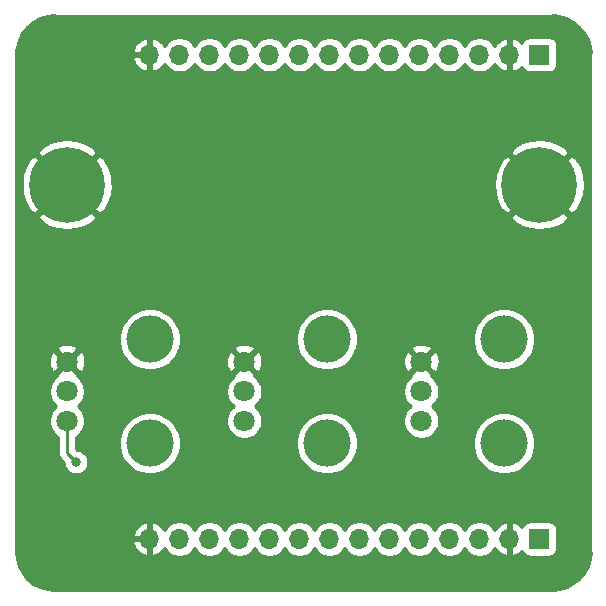
<source format=gbr>
G04 #@! TF.GenerationSoftware,KiCad,Pcbnew,5.1.5*
G04 #@! TF.CreationDate,2020-01-13T20:50:12-05:00*
G04 #@! TF.ProjectId,inputs_addon,696e7075-7473-45f6-9164-646f6e2e6b69,0*
G04 #@! TF.SameCoordinates,Original*
G04 #@! TF.FileFunction,Copper,L2,Bot*
G04 #@! TF.FilePolarity,Positive*
%FSLAX46Y46*%
G04 Gerber Fmt 4.6, Leading zero omitted, Abs format (unit mm)*
G04 Created by KiCad (PCBNEW 5.1.5) date 2020-01-13 20:50:12*
%MOMM*%
%LPD*%
G04 APERTURE LIST*
%ADD10C,6.400000*%
%ADD11O,1.700000X1.700000*%
%ADD12R,1.700000X1.700000*%
%ADD13C,4.000000*%
%ADD14C,1.800000*%
%ADD15C,0.800000*%
%ADD16C,0.250000*%
%ADD17C,0.254000*%
G04 APERTURE END LIST*
D10*
X195000000Y-115000000D03*
X155000000Y-115000000D03*
D11*
X161980000Y-104000000D03*
X164520000Y-104000000D03*
X167060000Y-104000000D03*
X169600000Y-104000000D03*
X172140000Y-104000000D03*
X174680000Y-104000000D03*
X177220000Y-104000000D03*
X179760000Y-104000000D03*
X182300000Y-104000000D03*
X184840000Y-104000000D03*
X187380000Y-104000000D03*
X189920000Y-104000000D03*
X192460000Y-104000000D03*
D12*
X195000000Y-104000000D03*
D11*
X161980000Y-145000000D03*
X164520000Y-145000000D03*
X167060000Y-145000000D03*
X169600000Y-145000000D03*
X172140000Y-145000000D03*
X174680000Y-145000000D03*
X177220000Y-145000000D03*
X179760000Y-145000000D03*
X182300000Y-145000000D03*
X184840000Y-145000000D03*
X187380000Y-145000000D03*
X189920000Y-145000000D03*
X192460000Y-145000000D03*
D12*
X195000000Y-145000000D03*
D13*
X192000000Y-136900000D03*
X192000000Y-128100000D03*
D14*
X185000000Y-135000000D03*
X185000000Y-132500000D03*
X185000000Y-130000000D03*
D13*
X177000000Y-136900000D03*
X177000000Y-128100000D03*
D14*
X170000000Y-135000000D03*
X170000000Y-132500000D03*
X170000000Y-130000000D03*
D13*
X162000000Y-136900000D03*
X162000000Y-128100000D03*
D14*
X155000000Y-135000000D03*
X155000000Y-132500000D03*
X155000000Y-130000000D03*
D15*
X164750000Y-122250000D03*
X162464163Y-112508008D03*
X177000000Y-121000000D03*
X177000000Y-112000000D03*
X155774990Y-138500000D03*
D16*
X155000000Y-137725010D02*
X155774990Y-138500000D01*
X155000000Y-135000000D02*
X155000000Y-137725010D01*
D17*
G36*
X153865717Y-100675088D02*
G01*
X153966353Y-100685000D01*
X196033647Y-100685000D01*
X196127957Y-100675711D01*
X196648126Y-100726714D01*
X197271572Y-100914943D01*
X197846579Y-101220681D01*
X198351247Y-101632279D01*
X198766362Y-102134067D01*
X199076105Y-102706924D01*
X199268682Y-103329039D01*
X199325044Y-103865284D01*
X199324912Y-103865718D01*
X199315000Y-103966354D01*
X199315001Y-146033647D01*
X199324289Y-146127952D01*
X199273286Y-146648126D01*
X199085057Y-147271570D01*
X198779323Y-147846573D01*
X198367721Y-148351248D01*
X197865933Y-148766362D01*
X197293077Y-149076104D01*
X196670961Y-149268682D01*
X196134717Y-149325044D01*
X196134283Y-149324912D01*
X196033647Y-149315000D01*
X153966353Y-149315000D01*
X153872043Y-149324289D01*
X153351874Y-149273286D01*
X152728430Y-149085057D01*
X152153427Y-148779323D01*
X151648752Y-148367721D01*
X151233638Y-147865933D01*
X150923896Y-147293077D01*
X150731318Y-146670961D01*
X150674956Y-146134717D01*
X150675088Y-146134283D01*
X150685000Y-146033647D01*
X150685000Y-145356891D01*
X160538519Y-145356891D01*
X160635843Y-145631252D01*
X160784822Y-145881355D01*
X160979731Y-146097588D01*
X161213080Y-146271641D01*
X161475901Y-146396825D01*
X161623110Y-146441476D01*
X161853000Y-146320155D01*
X161853000Y-145127000D01*
X160659186Y-145127000D01*
X160538519Y-145356891D01*
X150685000Y-145356891D01*
X150685000Y-144643109D01*
X160538519Y-144643109D01*
X160659186Y-144873000D01*
X161853000Y-144873000D01*
X161853000Y-143679845D01*
X162107000Y-143679845D01*
X162107000Y-144873000D01*
X162127000Y-144873000D01*
X162127000Y-145127000D01*
X162107000Y-145127000D01*
X162107000Y-146320155D01*
X162336890Y-146441476D01*
X162484099Y-146396825D01*
X162746920Y-146271641D01*
X162980269Y-146097588D01*
X163175178Y-145881355D01*
X163244805Y-145764466D01*
X163366525Y-145946632D01*
X163573368Y-146153475D01*
X163816589Y-146315990D01*
X164086842Y-146427932D01*
X164373740Y-146485000D01*
X164666260Y-146485000D01*
X164953158Y-146427932D01*
X165223411Y-146315990D01*
X165466632Y-146153475D01*
X165673475Y-145946632D01*
X165790000Y-145772240D01*
X165906525Y-145946632D01*
X166113368Y-146153475D01*
X166356589Y-146315990D01*
X166626842Y-146427932D01*
X166913740Y-146485000D01*
X167206260Y-146485000D01*
X167493158Y-146427932D01*
X167763411Y-146315990D01*
X168006632Y-146153475D01*
X168213475Y-145946632D01*
X168330000Y-145772240D01*
X168446525Y-145946632D01*
X168653368Y-146153475D01*
X168896589Y-146315990D01*
X169166842Y-146427932D01*
X169453740Y-146485000D01*
X169746260Y-146485000D01*
X170033158Y-146427932D01*
X170303411Y-146315990D01*
X170546632Y-146153475D01*
X170753475Y-145946632D01*
X170870000Y-145772240D01*
X170986525Y-145946632D01*
X171193368Y-146153475D01*
X171436589Y-146315990D01*
X171706842Y-146427932D01*
X171993740Y-146485000D01*
X172286260Y-146485000D01*
X172573158Y-146427932D01*
X172843411Y-146315990D01*
X173086632Y-146153475D01*
X173293475Y-145946632D01*
X173410000Y-145772240D01*
X173526525Y-145946632D01*
X173733368Y-146153475D01*
X173976589Y-146315990D01*
X174246842Y-146427932D01*
X174533740Y-146485000D01*
X174826260Y-146485000D01*
X175113158Y-146427932D01*
X175383411Y-146315990D01*
X175626632Y-146153475D01*
X175833475Y-145946632D01*
X175950000Y-145772240D01*
X176066525Y-145946632D01*
X176273368Y-146153475D01*
X176516589Y-146315990D01*
X176786842Y-146427932D01*
X177073740Y-146485000D01*
X177366260Y-146485000D01*
X177653158Y-146427932D01*
X177923411Y-146315990D01*
X178166632Y-146153475D01*
X178373475Y-145946632D01*
X178490000Y-145772240D01*
X178606525Y-145946632D01*
X178813368Y-146153475D01*
X179056589Y-146315990D01*
X179326842Y-146427932D01*
X179613740Y-146485000D01*
X179906260Y-146485000D01*
X180193158Y-146427932D01*
X180463411Y-146315990D01*
X180706632Y-146153475D01*
X180913475Y-145946632D01*
X181030000Y-145772240D01*
X181146525Y-145946632D01*
X181353368Y-146153475D01*
X181596589Y-146315990D01*
X181866842Y-146427932D01*
X182153740Y-146485000D01*
X182446260Y-146485000D01*
X182733158Y-146427932D01*
X183003411Y-146315990D01*
X183246632Y-146153475D01*
X183453475Y-145946632D01*
X183570000Y-145772240D01*
X183686525Y-145946632D01*
X183893368Y-146153475D01*
X184136589Y-146315990D01*
X184406842Y-146427932D01*
X184693740Y-146485000D01*
X184986260Y-146485000D01*
X185273158Y-146427932D01*
X185543411Y-146315990D01*
X185786632Y-146153475D01*
X185993475Y-145946632D01*
X186110000Y-145772240D01*
X186226525Y-145946632D01*
X186433368Y-146153475D01*
X186676589Y-146315990D01*
X186946842Y-146427932D01*
X187233740Y-146485000D01*
X187526260Y-146485000D01*
X187813158Y-146427932D01*
X188083411Y-146315990D01*
X188326632Y-146153475D01*
X188533475Y-145946632D01*
X188650000Y-145772240D01*
X188766525Y-145946632D01*
X188973368Y-146153475D01*
X189216589Y-146315990D01*
X189486842Y-146427932D01*
X189773740Y-146485000D01*
X190066260Y-146485000D01*
X190353158Y-146427932D01*
X190623411Y-146315990D01*
X190866632Y-146153475D01*
X191073475Y-145946632D01*
X191195195Y-145764466D01*
X191264822Y-145881355D01*
X191459731Y-146097588D01*
X191693080Y-146271641D01*
X191955901Y-146396825D01*
X192103110Y-146441476D01*
X192333000Y-146320155D01*
X192333000Y-145127000D01*
X192313000Y-145127000D01*
X192313000Y-144873000D01*
X192333000Y-144873000D01*
X192333000Y-143679845D01*
X192587000Y-143679845D01*
X192587000Y-144873000D01*
X192607000Y-144873000D01*
X192607000Y-145127000D01*
X192587000Y-145127000D01*
X192587000Y-146320155D01*
X192816890Y-146441476D01*
X192964099Y-146396825D01*
X193226920Y-146271641D01*
X193460269Y-146097588D01*
X193536034Y-146013534D01*
X193560498Y-146094180D01*
X193619463Y-146204494D01*
X193698815Y-146301185D01*
X193795506Y-146380537D01*
X193905820Y-146439502D01*
X194025518Y-146475812D01*
X194150000Y-146488072D01*
X195850000Y-146488072D01*
X195974482Y-146475812D01*
X196094180Y-146439502D01*
X196204494Y-146380537D01*
X196301185Y-146301185D01*
X196380537Y-146204494D01*
X196439502Y-146094180D01*
X196475812Y-145974482D01*
X196488072Y-145850000D01*
X196488072Y-144150000D01*
X196475812Y-144025518D01*
X196439502Y-143905820D01*
X196380537Y-143795506D01*
X196301185Y-143698815D01*
X196204494Y-143619463D01*
X196094180Y-143560498D01*
X195974482Y-143524188D01*
X195850000Y-143511928D01*
X194150000Y-143511928D01*
X194025518Y-143524188D01*
X193905820Y-143560498D01*
X193795506Y-143619463D01*
X193698815Y-143698815D01*
X193619463Y-143795506D01*
X193560498Y-143905820D01*
X193536034Y-143986466D01*
X193460269Y-143902412D01*
X193226920Y-143728359D01*
X192964099Y-143603175D01*
X192816890Y-143558524D01*
X192587000Y-143679845D01*
X192333000Y-143679845D01*
X192103110Y-143558524D01*
X191955901Y-143603175D01*
X191693080Y-143728359D01*
X191459731Y-143902412D01*
X191264822Y-144118645D01*
X191195195Y-144235534D01*
X191073475Y-144053368D01*
X190866632Y-143846525D01*
X190623411Y-143684010D01*
X190353158Y-143572068D01*
X190066260Y-143515000D01*
X189773740Y-143515000D01*
X189486842Y-143572068D01*
X189216589Y-143684010D01*
X188973368Y-143846525D01*
X188766525Y-144053368D01*
X188650000Y-144227760D01*
X188533475Y-144053368D01*
X188326632Y-143846525D01*
X188083411Y-143684010D01*
X187813158Y-143572068D01*
X187526260Y-143515000D01*
X187233740Y-143515000D01*
X186946842Y-143572068D01*
X186676589Y-143684010D01*
X186433368Y-143846525D01*
X186226525Y-144053368D01*
X186110000Y-144227760D01*
X185993475Y-144053368D01*
X185786632Y-143846525D01*
X185543411Y-143684010D01*
X185273158Y-143572068D01*
X184986260Y-143515000D01*
X184693740Y-143515000D01*
X184406842Y-143572068D01*
X184136589Y-143684010D01*
X183893368Y-143846525D01*
X183686525Y-144053368D01*
X183570000Y-144227760D01*
X183453475Y-144053368D01*
X183246632Y-143846525D01*
X183003411Y-143684010D01*
X182733158Y-143572068D01*
X182446260Y-143515000D01*
X182153740Y-143515000D01*
X181866842Y-143572068D01*
X181596589Y-143684010D01*
X181353368Y-143846525D01*
X181146525Y-144053368D01*
X181030000Y-144227760D01*
X180913475Y-144053368D01*
X180706632Y-143846525D01*
X180463411Y-143684010D01*
X180193158Y-143572068D01*
X179906260Y-143515000D01*
X179613740Y-143515000D01*
X179326842Y-143572068D01*
X179056589Y-143684010D01*
X178813368Y-143846525D01*
X178606525Y-144053368D01*
X178490000Y-144227760D01*
X178373475Y-144053368D01*
X178166632Y-143846525D01*
X177923411Y-143684010D01*
X177653158Y-143572068D01*
X177366260Y-143515000D01*
X177073740Y-143515000D01*
X176786842Y-143572068D01*
X176516589Y-143684010D01*
X176273368Y-143846525D01*
X176066525Y-144053368D01*
X175950000Y-144227760D01*
X175833475Y-144053368D01*
X175626632Y-143846525D01*
X175383411Y-143684010D01*
X175113158Y-143572068D01*
X174826260Y-143515000D01*
X174533740Y-143515000D01*
X174246842Y-143572068D01*
X173976589Y-143684010D01*
X173733368Y-143846525D01*
X173526525Y-144053368D01*
X173410000Y-144227760D01*
X173293475Y-144053368D01*
X173086632Y-143846525D01*
X172843411Y-143684010D01*
X172573158Y-143572068D01*
X172286260Y-143515000D01*
X171993740Y-143515000D01*
X171706842Y-143572068D01*
X171436589Y-143684010D01*
X171193368Y-143846525D01*
X170986525Y-144053368D01*
X170870000Y-144227760D01*
X170753475Y-144053368D01*
X170546632Y-143846525D01*
X170303411Y-143684010D01*
X170033158Y-143572068D01*
X169746260Y-143515000D01*
X169453740Y-143515000D01*
X169166842Y-143572068D01*
X168896589Y-143684010D01*
X168653368Y-143846525D01*
X168446525Y-144053368D01*
X168330000Y-144227760D01*
X168213475Y-144053368D01*
X168006632Y-143846525D01*
X167763411Y-143684010D01*
X167493158Y-143572068D01*
X167206260Y-143515000D01*
X166913740Y-143515000D01*
X166626842Y-143572068D01*
X166356589Y-143684010D01*
X166113368Y-143846525D01*
X165906525Y-144053368D01*
X165790000Y-144227760D01*
X165673475Y-144053368D01*
X165466632Y-143846525D01*
X165223411Y-143684010D01*
X164953158Y-143572068D01*
X164666260Y-143515000D01*
X164373740Y-143515000D01*
X164086842Y-143572068D01*
X163816589Y-143684010D01*
X163573368Y-143846525D01*
X163366525Y-144053368D01*
X163244805Y-144235534D01*
X163175178Y-144118645D01*
X162980269Y-143902412D01*
X162746920Y-143728359D01*
X162484099Y-143603175D01*
X162336890Y-143558524D01*
X162107000Y-143679845D01*
X161853000Y-143679845D01*
X161623110Y-143558524D01*
X161475901Y-143603175D01*
X161213080Y-143728359D01*
X160979731Y-143902412D01*
X160784822Y-144118645D01*
X160635843Y-144368748D01*
X160538519Y-144643109D01*
X150685000Y-144643109D01*
X150685000Y-132348816D01*
X153465000Y-132348816D01*
X153465000Y-132651184D01*
X153523989Y-132947743D01*
X153639701Y-133227095D01*
X153807688Y-133478505D01*
X154021495Y-133692312D01*
X154107831Y-133750000D01*
X154021495Y-133807688D01*
X153807688Y-134021495D01*
X153639701Y-134272905D01*
X153523989Y-134552257D01*
X153465000Y-134848816D01*
X153465000Y-135151184D01*
X153523989Y-135447743D01*
X153639701Y-135727095D01*
X153807688Y-135978505D01*
X154021495Y-136192312D01*
X154240000Y-136338313D01*
X154240001Y-137687678D01*
X154236324Y-137725010D01*
X154250998Y-137873995D01*
X154294454Y-138017256D01*
X154365026Y-138149286D01*
X154436201Y-138236012D01*
X154460000Y-138265011D01*
X154488998Y-138288809D01*
X154739990Y-138539801D01*
X154739990Y-138601939D01*
X154779764Y-138801898D01*
X154857785Y-138990256D01*
X154971053Y-139159774D01*
X155115216Y-139303937D01*
X155284734Y-139417205D01*
X155473092Y-139495226D01*
X155673051Y-139535000D01*
X155876929Y-139535000D01*
X156076888Y-139495226D01*
X156265246Y-139417205D01*
X156434764Y-139303937D01*
X156578927Y-139159774D01*
X156692195Y-138990256D01*
X156770216Y-138801898D01*
X156809990Y-138601939D01*
X156809990Y-138398061D01*
X156770216Y-138198102D01*
X156692195Y-138009744D01*
X156578927Y-137840226D01*
X156434764Y-137696063D01*
X156265246Y-137582795D01*
X156076888Y-137504774D01*
X155876929Y-137465000D01*
X155814791Y-137465000D01*
X155760000Y-137410209D01*
X155760000Y-136640475D01*
X159365000Y-136640475D01*
X159365000Y-137159525D01*
X159466261Y-137668601D01*
X159664893Y-138148141D01*
X159953262Y-138579715D01*
X160320285Y-138946738D01*
X160751859Y-139235107D01*
X161231399Y-139433739D01*
X161740475Y-139535000D01*
X162259525Y-139535000D01*
X162768601Y-139433739D01*
X163248141Y-139235107D01*
X163679715Y-138946738D01*
X164046738Y-138579715D01*
X164335107Y-138148141D01*
X164533739Y-137668601D01*
X164635000Y-137159525D01*
X164635000Y-136640475D01*
X174365000Y-136640475D01*
X174365000Y-137159525D01*
X174466261Y-137668601D01*
X174664893Y-138148141D01*
X174953262Y-138579715D01*
X175320285Y-138946738D01*
X175751859Y-139235107D01*
X176231399Y-139433739D01*
X176740475Y-139535000D01*
X177259525Y-139535000D01*
X177768601Y-139433739D01*
X178248141Y-139235107D01*
X178679715Y-138946738D01*
X179046738Y-138579715D01*
X179335107Y-138148141D01*
X179533739Y-137668601D01*
X179635000Y-137159525D01*
X179635000Y-136640475D01*
X189365000Y-136640475D01*
X189365000Y-137159525D01*
X189466261Y-137668601D01*
X189664893Y-138148141D01*
X189953262Y-138579715D01*
X190320285Y-138946738D01*
X190751859Y-139235107D01*
X191231399Y-139433739D01*
X191740475Y-139535000D01*
X192259525Y-139535000D01*
X192768601Y-139433739D01*
X193248141Y-139235107D01*
X193679715Y-138946738D01*
X194046738Y-138579715D01*
X194335107Y-138148141D01*
X194533739Y-137668601D01*
X194635000Y-137159525D01*
X194635000Y-136640475D01*
X194533739Y-136131399D01*
X194335107Y-135651859D01*
X194046738Y-135220285D01*
X193679715Y-134853262D01*
X193248141Y-134564893D01*
X192768601Y-134366261D01*
X192259525Y-134265000D01*
X191740475Y-134265000D01*
X191231399Y-134366261D01*
X190751859Y-134564893D01*
X190320285Y-134853262D01*
X189953262Y-135220285D01*
X189664893Y-135651859D01*
X189466261Y-136131399D01*
X189365000Y-136640475D01*
X179635000Y-136640475D01*
X179533739Y-136131399D01*
X179335107Y-135651859D01*
X179046738Y-135220285D01*
X178679715Y-134853262D01*
X178248141Y-134564893D01*
X177768601Y-134366261D01*
X177259525Y-134265000D01*
X176740475Y-134265000D01*
X176231399Y-134366261D01*
X175751859Y-134564893D01*
X175320285Y-134853262D01*
X174953262Y-135220285D01*
X174664893Y-135651859D01*
X174466261Y-136131399D01*
X174365000Y-136640475D01*
X164635000Y-136640475D01*
X164533739Y-136131399D01*
X164335107Y-135651859D01*
X164046738Y-135220285D01*
X163679715Y-134853262D01*
X163248141Y-134564893D01*
X162768601Y-134366261D01*
X162259525Y-134265000D01*
X161740475Y-134265000D01*
X161231399Y-134366261D01*
X160751859Y-134564893D01*
X160320285Y-134853262D01*
X159953262Y-135220285D01*
X159664893Y-135651859D01*
X159466261Y-136131399D01*
X159365000Y-136640475D01*
X155760000Y-136640475D01*
X155760000Y-136338313D01*
X155978505Y-136192312D01*
X156192312Y-135978505D01*
X156360299Y-135727095D01*
X156476011Y-135447743D01*
X156535000Y-135151184D01*
X156535000Y-134848816D01*
X156476011Y-134552257D01*
X156360299Y-134272905D01*
X156192312Y-134021495D01*
X155978505Y-133807688D01*
X155892169Y-133750000D01*
X155978505Y-133692312D01*
X156192312Y-133478505D01*
X156360299Y-133227095D01*
X156476011Y-132947743D01*
X156535000Y-132651184D01*
X156535000Y-132348816D01*
X168465000Y-132348816D01*
X168465000Y-132651184D01*
X168523989Y-132947743D01*
X168639701Y-133227095D01*
X168807688Y-133478505D01*
X169021495Y-133692312D01*
X169107831Y-133750000D01*
X169021495Y-133807688D01*
X168807688Y-134021495D01*
X168639701Y-134272905D01*
X168523989Y-134552257D01*
X168465000Y-134848816D01*
X168465000Y-135151184D01*
X168523989Y-135447743D01*
X168639701Y-135727095D01*
X168807688Y-135978505D01*
X169021495Y-136192312D01*
X169272905Y-136360299D01*
X169552257Y-136476011D01*
X169848816Y-136535000D01*
X170151184Y-136535000D01*
X170447743Y-136476011D01*
X170727095Y-136360299D01*
X170978505Y-136192312D01*
X171192312Y-135978505D01*
X171360299Y-135727095D01*
X171476011Y-135447743D01*
X171535000Y-135151184D01*
X171535000Y-134848816D01*
X171476011Y-134552257D01*
X171360299Y-134272905D01*
X171192312Y-134021495D01*
X170978505Y-133807688D01*
X170892169Y-133750000D01*
X170978505Y-133692312D01*
X171192312Y-133478505D01*
X171360299Y-133227095D01*
X171476011Y-132947743D01*
X171535000Y-132651184D01*
X171535000Y-132348816D01*
X183465000Y-132348816D01*
X183465000Y-132651184D01*
X183523989Y-132947743D01*
X183639701Y-133227095D01*
X183807688Y-133478505D01*
X184021495Y-133692312D01*
X184107831Y-133750000D01*
X184021495Y-133807688D01*
X183807688Y-134021495D01*
X183639701Y-134272905D01*
X183523989Y-134552257D01*
X183465000Y-134848816D01*
X183465000Y-135151184D01*
X183523989Y-135447743D01*
X183639701Y-135727095D01*
X183807688Y-135978505D01*
X184021495Y-136192312D01*
X184272905Y-136360299D01*
X184552257Y-136476011D01*
X184848816Y-136535000D01*
X185151184Y-136535000D01*
X185447743Y-136476011D01*
X185727095Y-136360299D01*
X185978505Y-136192312D01*
X186192312Y-135978505D01*
X186360299Y-135727095D01*
X186476011Y-135447743D01*
X186535000Y-135151184D01*
X186535000Y-134848816D01*
X186476011Y-134552257D01*
X186360299Y-134272905D01*
X186192312Y-134021495D01*
X185978505Y-133807688D01*
X185892169Y-133750000D01*
X185978505Y-133692312D01*
X186192312Y-133478505D01*
X186360299Y-133227095D01*
X186476011Y-132947743D01*
X186535000Y-132651184D01*
X186535000Y-132348816D01*
X186476011Y-132052257D01*
X186360299Y-131772905D01*
X186192312Y-131521495D01*
X185978505Y-131307688D01*
X185835690Y-131212262D01*
X185884475Y-131064080D01*
X185000000Y-130179605D01*
X184115525Y-131064080D01*
X184164310Y-131212262D01*
X184021495Y-131307688D01*
X183807688Y-131521495D01*
X183639701Y-131772905D01*
X183523989Y-132052257D01*
X183465000Y-132348816D01*
X171535000Y-132348816D01*
X171476011Y-132052257D01*
X171360299Y-131772905D01*
X171192312Y-131521495D01*
X170978505Y-131307688D01*
X170835690Y-131212262D01*
X170884475Y-131064080D01*
X170000000Y-130179605D01*
X169115525Y-131064080D01*
X169164310Y-131212262D01*
X169021495Y-131307688D01*
X168807688Y-131521495D01*
X168639701Y-131772905D01*
X168523989Y-132052257D01*
X168465000Y-132348816D01*
X156535000Y-132348816D01*
X156476011Y-132052257D01*
X156360299Y-131772905D01*
X156192312Y-131521495D01*
X155978505Y-131307688D01*
X155835690Y-131212262D01*
X155884475Y-131064080D01*
X155000000Y-130179605D01*
X154115525Y-131064080D01*
X154164310Y-131212262D01*
X154021495Y-131307688D01*
X153807688Y-131521495D01*
X153639701Y-131772905D01*
X153523989Y-132052257D01*
X153465000Y-132348816D01*
X150685000Y-132348816D01*
X150685000Y-130066553D01*
X153459009Y-130066553D01*
X153501603Y-130365907D01*
X153601778Y-130651199D01*
X153681739Y-130800792D01*
X153935920Y-130884475D01*
X154820395Y-130000000D01*
X155179605Y-130000000D01*
X156064080Y-130884475D01*
X156318261Y-130800792D01*
X156449158Y-130528225D01*
X156524365Y-130235358D01*
X156540991Y-129933447D01*
X156498397Y-129634093D01*
X156398222Y-129348801D01*
X156318261Y-129199208D01*
X156064080Y-129115525D01*
X155179605Y-130000000D01*
X154820395Y-130000000D01*
X153935920Y-129115525D01*
X153681739Y-129199208D01*
X153550842Y-129471775D01*
X153475635Y-129764642D01*
X153459009Y-130066553D01*
X150685000Y-130066553D01*
X150685000Y-128935920D01*
X154115525Y-128935920D01*
X155000000Y-129820395D01*
X155884475Y-128935920D01*
X155800792Y-128681739D01*
X155528225Y-128550842D01*
X155235358Y-128475635D01*
X154933447Y-128459009D01*
X154634093Y-128501603D01*
X154348801Y-128601778D01*
X154199208Y-128681739D01*
X154115525Y-128935920D01*
X150685000Y-128935920D01*
X150685000Y-127840475D01*
X159365000Y-127840475D01*
X159365000Y-128359525D01*
X159466261Y-128868601D01*
X159664893Y-129348141D01*
X159953262Y-129779715D01*
X160320285Y-130146738D01*
X160751859Y-130435107D01*
X161231399Y-130633739D01*
X161740475Y-130735000D01*
X162259525Y-130735000D01*
X162768601Y-130633739D01*
X163248141Y-130435107D01*
X163679715Y-130146738D01*
X163759900Y-130066553D01*
X168459009Y-130066553D01*
X168501603Y-130365907D01*
X168601778Y-130651199D01*
X168681739Y-130800792D01*
X168935920Y-130884475D01*
X169820395Y-130000000D01*
X170179605Y-130000000D01*
X171064080Y-130884475D01*
X171318261Y-130800792D01*
X171449158Y-130528225D01*
X171524365Y-130235358D01*
X171540991Y-129933447D01*
X171498397Y-129634093D01*
X171398222Y-129348801D01*
X171318261Y-129199208D01*
X171064080Y-129115525D01*
X170179605Y-130000000D01*
X169820395Y-130000000D01*
X168935920Y-129115525D01*
X168681739Y-129199208D01*
X168550842Y-129471775D01*
X168475635Y-129764642D01*
X168459009Y-130066553D01*
X163759900Y-130066553D01*
X164046738Y-129779715D01*
X164335107Y-129348141D01*
X164505854Y-128935920D01*
X169115525Y-128935920D01*
X170000000Y-129820395D01*
X170884475Y-128935920D01*
X170800792Y-128681739D01*
X170528225Y-128550842D01*
X170235358Y-128475635D01*
X169933447Y-128459009D01*
X169634093Y-128501603D01*
X169348801Y-128601778D01*
X169199208Y-128681739D01*
X169115525Y-128935920D01*
X164505854Y-128935920D01*
X164533739Y-128868601D01*
X164635000Y-128359525D01*
X164635000Y-127840475D01*
X174365000Y-127840475D01*
X174365000Y-128359525D01*
X174466261Y-128868601D01*
X174664893Y-129348141D01*
X174953262Y-129779715D01*
X175320285Y-130146738D01*
X175751859Y-130435107D01*
X176231399Y-130633739D01*
X176740475Y-130735000D01*
X177259525Y-130735000D01*
X177768601Y-130633739D01*
X178248141Y-130435107D01*
X178679715Y-130146738D01*
X178759900Y-130066553D01*
X183459009Y-130066553D01*
X183501603Y-130365907D01*
X183601778Y-130651199D01*
X183681739Y-130800792D01*
X183935920Y-130884475D01*
X184820395Y-130000000D01*
X185179605Y-130000000D01*
X186064080Y-130884475D01*
X186318261Y-130800792D01*
X186449158Y-130528225D01*
X186524365Y-130235358D01*
X186540991Y-129933447D01*
X186498397Y-129634093D01*
X186398222Y-129348801D01*
X186318261Y-129199208D01*
X186064080Y-129115525D01*
X185179605Y-130000000D01*
X184820395Y-130000000D01*
X183935920Y-129115525D01*
X183681739Y-129199208D01*
X183550842Y-129471775D01*
X183475635Y-129764642D01*
X183459009Y-130066553D01*
X178759900Y-130066553D01*
X179046738Y-129779715D01*
X179335107Y-129348141D01*
X179505854Y-128935920D01*
X184115525Y-128935920D01*
X185000000Y-129820395D01*
X185884475Y-128935920D01*
X185800792Y-128681739D01*
X185528225Y-128550842D01*
X185235358Y-128475635D01*
X184933447Y-128459009D01*
X184634093Y-128501603D01*
X184348801Y-128601778D01*
X184199208Y-128681739D01*
X184115525Y-128935920D01*
X179505854Y-128935920D01*
X179533739Y-128868601D01*
X179635000Y-128359525D01*
X179635000Y-127840475D01*
X189365000Y-127840475D01*
X189365000Y-128359525D01*
X189466261Y-128868601D01*
X189664893Y-129348141D01*
X189953262Y-129779715D01*
X190320285Y-130146738D01*
X190751859Y-130435107D01*
X191231399Y-130633739D01*
X191740475Y-130735000D01*
X192259525Y-130735000D01*
X192768601Y-130633739D01*
X193248141Y-130435107D01*
X193679715Y-130146738D01*
X194046738Y-129779715D01*
X194335107Y-129348141D01*
X194533739Y-128868601D01*
X194635000Y-128359525D01*
X194635000Y-127840475D01*
X194533739Y-127331399D01*
X194335107Y-126851859D01*
X194046738Y-126420285D01*
X193679715Y-126053262D01*
X193248141Y-125764893D01*
X192768601Y-125566261D01*
X192259525Y-125465000D01*
X191740475Y-125465000D01*
X191231399Y-125566261D01*
X190751859Y-125764893D01*
X190320285Y-126053262D01*
X189953262Y-126420285D01*
X189664893Y-126851859D01*
X189466261Y-127331399D01*
X189365000Y-127840475D01*
X179635000Y-127840475D01*
X179533739Y-127331399D01*
X179335107Y-126851859D01*
X179046738Y-126420285D01*
X178679715Y-126053262D01*
X178248141Y-125764893D01*
X177768601Y-125566261D01*
X177259525Y-125465000D01*
X176740475Y-125465000D01*
X176231399Y-125566261D01*
X175751859Y-125764893D01*
X175320285Y-126053262D01*
X174953262Y-126420285D01*
X174664893Y-126851859D01*
X174466261Y-127331399D01*
X174365000Y-127840475D01*
X164635000Y-127840475D01*
X164533739Y-127331399D01*
X164335107Y-126851859D01*
X164046738Y-126420285D01*
X163679715Y-126053262D01*
X163248141Y-125764893D01*
X162768601Y-125566261D01*
X162259525Y-125465000D01*
X161740475Y-125465000D01*
X161231399Y-125566261D01*
X160751859Y-125764893D01*
X160320285Y-126053262D01*
X159953262Y-126420285D01*
X159664893Y-126851859D01*
X159466261Y-127331399D01*
X159365000Y-127840475D01*
X150685000Y-127840475D01*
X150685000Y-117700881D01*
X152478724Y-117700881D01*
X152838912Y-118190548D01*
X153502882Y-118550849D01*
X154224385Y-118774694D01*
X154975695Y-118853480D01*
X155727938Y-118784178D01*
X156452208Y-118569452D01*
X157120670Y-118217555D01*
X157161088Y-118190548D01*
X157521276Y-117700881D01*
X192478724Y-117700881D01*
X192838912Y-118190548D01*
X193502882Y-118550849D01*
X194224385Y-118774694D01*
X194975695Y-118853480D01*
X195727938Y-118784178D01*
X196452208Y-118569452D01*
X197120670Y-118217555D01*
X197161088Y-118190548D01*
X197521276Y-117700881D01*
X195000000Y-115179605D01*
X192478724Y-117700881D01*
X157521276Y-117700881D01*
X155000000Y-115179605D01*
X152478724Y-117700881D01*
X150685000Y-117700881D01*
X150685000Y-114975695D01*
X151146520Y-114975695D01*
X151215822Y-115727938D01*
X151430548Y-116452208D01*
X151782445Y-117120670D01*
X151809452Y-117161088D01*
X152299119Y-117521276D01*
X154820395Y-115000000D01*
X155179605Y-115000000D01*
X157700881Y-117521276D01*
X158190548Y-117161088D01*
X158550849Y-116497118D01*
X158774694Y-115775615D01*
X158853480Y-115024305D01*
X158849002Y-114975695D01*
X191146520Y-114975695D01*
X191215822Y-115727938D01*
X191430548Y-116452208D01*
X191782445Y-117120670D01*
X191809452Y-117161088D01*
X192299119Y-117521276D01*
X194820395Y-115000000D01*
X195179605Y-115000000D01*
X197700881Y-117521276D01*
X198190548Y-117161088D01*
X198550849Y-116497118D01*
X198774694Y-115775615D01*
X198853480Y-115024305D01*
X198784178Y-114272062D01*
X198569452Y-113547792D01*
X198217555Y-112879330D01*
X198190548Y-112838912D01*
X197700881Y-112478724D01*
X195179605Y-115000000D01*
X194820395Y-115000000D01*
X192299119Y-112478724D01*
X191809452Y-112838912D01*
X191449151Y-113502882D01*
X191225306Y-114224385D01*
X191146520Y-114975695D01*
X158849002Y-114975695D01*
X158784178Y-114272062D01*
X158569452Y-113547792D01*
X158217555Y-112879330D01*
X158190548Y-112838912D01*
X157700881Y-112478724D01*
X155179605Y-115000000D01*
X154820395Y-115000000D01*
X152299119Y-112478724D01*
X151809452Y-112838912D01*
X151449151Y-113502882D01*
X151225306Y-114224385D01*
X151146520Y-114975695D01*
X150685000Y-114975695D01*
X150685000Y-112299119D01*
X152478724Y-112299119D01*
X155000000Y-114820395D01*
X157521276Y-112299119D01*
X192478724Y-112299119D01*
X195000000Y-114820395D01*
X197521276Y-112299119D01*
X197161088Y-111809452D01*
X196497118Y-111449151D01*
X195775615Y-111225306D01*
X195024305Y-111146520D01*
X194272062Y-111215822D01*
X193547792Y-111430548D01*
X192879330Y-111782445D01*
X192838912Y-111809452D01*
X192478724Y-112299119D01*
X157521276Y-112299119D01*
X157161088Y-111809452D01*
X156497118Y-111449151D01*
X155775615Y-111225306D01*
X155024305Y-111146520D01*
X154272062Y-111215822D01*
X153547792Y-111430548D01*
X152879330Y-111782445D01*
X152838912Y-111809452D01*
X152478724Y-112299119D01*
X150685000Y-112299119D01*
X150685000Y-104356891D01*
X160538519Y-104356891D01*
X160635843Y-104631252D01*
X160784822Y-104881355D01*
X160979731Y-105097588D01*
X161213080Y-105271641D01*
X161475901Y-105396825D01*
X161623110Y-105441476D01*
X161853000Y-105320155D01*
X161853000Y-104127000D01*
X160659186Y-104127000D01*
X160538519Y-104356891D01*
X150685000Y-104356891D01*
X150685000Y-103966353D01*
X150675711Y-103872043D01*
X150698158Y-103643109D01*
X160538519Y-103643109D01*
X160659186Y-103873000D01*
X161853000Y-103873000D01*
X161853000Y-102679845D01*
X162107000Y-102679845D01*
X162107000Y-103873000D01*
X162127000Y-103873000D01*
X162127000Y-104127000D01*
X162107000Y-104127000D01*
X162107000Y-105320155D01*
X162336890Y-105441476D01*
X162484099Y-105396825D01*
X162746920Y-105271641D01*
X162980269Y-105097588D01*
X163175178Y-104881355D01*
X163244805Y-104764466D01*
X163366525Y-104946632D01*
X163573368Y-105153475D01*
X163816589Y-105315990D01*
X164086842Y-105427932D01*
X164373740Y-105485000D01*
X164666260Y-105485000D01*
X164953158Y-105427932D01*
X165223411Y-105315990D01*
X165466632Y-105153475D01*
X165673475Y-104946632D01*
X165790000Y-104772240D01*
X165906525Y-104946632D01*
X166113368Y-105153475D01*
X166356589Y-105315990D01*
X166626842Y-105427932D01*
X166913740Y-105485000D01*
X167206260Y-105485000D01*
X167493158Y-105427932D01*
X167763411Y-105315990D01*
X168006632Y-105153475D01*
X168213475Y-104946632D01*
X168330000Y-104772240D01*
X168446525Y-104946632D01*
X168653368Y-105153475D01*
X168896589Y-105315990D01*
X169166842Y-105427932D01*
X169453740Y-105485000D01*
X169746260Y-105485000D01*
X170033158Y-105427932D01*
X170303411Y-105315990D01*
X170546632Y-105153475D01*
X170753475Y-104946632D01*
X170870000Y-104772240D01*
X170986525Y-104946632D01*
X171193368Y-105153475D01*
X171436589Y-105315990D01*
X171706842Y-105427932D01*
X171993740Y-105485000D01*
X172286260Y-105485000D01*
X172573158Y-105427932D01*
X172843411Y-105315990D01*
X173086632Y-105153475D01*
X173293475Y-104946632D01*
X173410000Y-104772240D01*
X173526525Y-104946632D01*
X173733368Y-105153475D01*
X173976589Y-105315990D01*
X174246842Y-105427932D01*
X174533740Y-105485000D01*
X174826260Y-105485000D01*
X175113158Y-105427932D01*
X175383411Y-105315990D01*
X175626632Y-105153475D01*
X175833475Y-104946632D01*
X175950000Y-104772240D01*
X176066525Y-104946632D01*
X176273368Y-105153475D01*
X176516589Y-105315990D01*
X176786842Y-105427932D01*
X177073740Y-105485000D01*
X177366260Y-105485000D01*
X177653158Y-105427932D01*
X177923411Y-105315990D01*
X178166632Y-105153475D01*
X178373475Y-104946632D01*
X178490000Y-104772240D01*
X178606525Y-104946632D01*
X178813368Y-105153475D01*
X179056589Y-105315990D01*
X179326842Y-105427932D01*
X179613740Y-105485000D01*
X179906260Y-105485000D01*
X180193158Y-105427932D01*
X180463411Y-105315990D01*
X180706632Y-105153475D01*
X180913475Y-104946632D01*
X181030000Y-104772240D01*
X181146525Y-104946632D01*
X181353368Y-105153475D01*
X181596589Y-105315990D01*
X181866842Y-105427932D01*
X182153740Y-105485000D01*
X182446260Y-105485000D01*
X182733158Y-105427932D01*
X183003411Y-105315990D01*
X183246632Y-105153475D01*
X183453475Y-104946632D01*
X183570000Y-104772240D01*
X183686525Y-104946632D01*
X183893368Y-105153475D01*
X184136589Y-105315990D01*
X184406842Y-105427932D01*
X184693740Y-105485000D01*
X184986260Y-105485000D01*
X185273158Y-105427932D01*
X185543411Y-105315990D01*
X185786632Y-105153475D01*
X185993475Y-104946632D01*
X186110000Y-104772240D01*
X186226525Y-104946632D01*
X186433368Y-105153475D01*
X186676589Y-105315990D01*
X186946842Y-105427932D01*
X187233740Y-105485000D01*
X187526260Y-105485000D01*
X187813158Y-105427932D01*
X188083411Y-105315990D01*
X188326632Y-105153475D01*
X188533475Y-104946632D01*
X188650000Y-104772240D01*
X188766525Y-104946632D01*
X188973368Y-105153475D01*
X189216589Y-105315990D01*
X189486842Y-105427932D01*
X189773740Y-105485000D01*
X190066260Y-105485000D01*
X190353158Y-105427932D01*
X190623411Y-105315990D01*
X190866632Y-105153475D01*
X191073475Y-104946632D01*
X191195195Y-104764466D01*
X191264822Y-104881355D01*
X191459731Y-105097588D01*
X191693080Y-105271641D01*
X191955901Y-105396825D01*
X192103110Y-105441476D01*
X192333000Y-105320155D01*
X192333000Y-104127000D01*
X192313000Y-104127000D01*
X192313000Y-103873000D01*
X192333000Y-103873000D01*
X192333000Y-102679845D01*
X192587000Y-102679845D01*
X192587000Y-103873000D01*
X192607000Y-103873000D01*
X192607000Y-104127000D01*
X192587000Y-104127000D01*
X192587000Y-105320155D01*
X192816890Y-105441476D01*
X192964099Y-105396825D01*
X193226920Y-105271641D01*
X193460269Y-105097588D01*
X193536034Y-105013534D01*
X193560498Y-105094180D01*
X193619463Y-105204494D01*
X193698815Y-105301185D01*
X193795506Y-105380537D01*
X193905820Y-105439502D01*
X194025518Y-105475812D01*
X194150000Y-105488072D01*
X195850000Y-105488072D01*
X195974482Y-105475812D01*
X196094180Y-105439502D01*
X196204494Y-105380537D01*
X196301185Y-105301185D01*
X196380537Y-105204494D01*
X196439502Y-105094180D01*
X196475812Y-104974482D01*
X196488072Y-104850000D01*
X196488072Y-103150000D01*
X196475812Y-103025518D01*
X196439502Y-102905820D01*
X196380537Y-102795506D01*
X196301185Y-102698815D01*
X196204494Y-102619463D01*
X196094180Y-102560498D01*
X195974482Y-102524188D01*
X195850000Y-102511928D01*
X194150000Y-102511928D01*
X194025518Y-102524188D01*
X193905820Y-102560498D01*
X193795506Y-102619463D01*
X193698815Y-102698815D01*
X193619463Y-102795506D01*
X193560498Y-102905820D01*
X193536034Y-102986466D01*
X193460269Y-102902412D01*
X193226920Y-102728359D01*
X192964099Y-102603175D01*
X192816890Y-102558524D01*
X192587000Y-102679845D01*
X192333000Y-102679845D01*
X192103110Y-102558524D01*
X191955901Y-102603175D01*
X191693080Y-102728359D01*
X191459731Y-102902412D01*
X191264822Y-103118645D01*
X191195195Y-103235534D01*
X191073475Y-103053368D01*
X190866632Y-102846525D01*
X190623411Y-102684010D01*
X190353158Y-102572068D01*
X190066260Y-102515000D01*
X189773740Y-102515000D01*
X189486842Y-102572068D01*
X189216589Y-102684010D01*
X188973368Y-102846525D01*
X188766525Y-103053368D01*
X188650000Y-103227760D01*
X188533475Y-103053368D01*
X188326632Y-102846525D01*
X188083411Y-102684010D01*
X187813158Y-102572068D01*
X187526260Y-102515000D01*
X187233740Y-102515000D01*
X186946842Y-102572068D01*
X186676589Y-102684010D01*
X186433368Y-102846525D01*
X186226525Y-103053368D01*
X186110000Y-103227760D01*
X185993475Y-103053368D01*
X185786632Y-102846525D01*
X185543411Y-102684010D01*
X185273158Y-102572068D01*
X184986260Y-102515000D01*
X184693740Y-102515000D01*
X184406842Y-102572068D01*
X184136589Y-102684010D01*
X183893368Y-102846525D01*
X183686525Y-103053368D01*
X183570000Y-103227760D01*
X183453475Y-103053368D01*
X183246632Y-102846525D01*
X183003411Y-102684010D01*
X182733158Y-102572068D01*
X182446260Y-102515000D01*
X182153740Y-102515000D01*
X181866842Y-102572068D01*
X181596589Y-102684010D01*
X181353368Y-102846525D01*
X181146525Y-103053368D01*
X181030000Y-103227760D01*
X180913475Y-103053368D01*
X180706632Y-102846525D01*
X180463411Y-102684010D01*
X180193158Y-102572068D01*
X179906260Y-102515000D01*
X179613740Y-102515000D01*
X179326842Y-102572068D01*
X179056589Y-102684010D01*
X178813368Y-102846525D01*
X178606525Y-103053368D01*
X178490000Y-103227760D01*
X178373475Y-103053368D01*
X178166632Y-102846525D01*
X177923411Y-102684010D01*
X177653158Y-102572068D01*
X177366260Y-102515000D01*
X177073740Y-102515000D01*
X176786842Y-102572068D01*
X176516589Y-102684010D01*
X176273368Y-102846525D01*
X176066525Y-103053368D01*
X175950000Y-103227760D01*
X175833475Y-103053368D01*
X175626632Y-102846525D01*
X175383411Y-102684010D01*
X175113158Y-102572068D01*
X174826260Y-102515000D01*
X174533740Y-102515000D01*
X174246842Y-102572068D01*
X173976589Y-102684010D01*
X173733368Y-102846525D01*
X173526525Y-103053368D01*
X173410000Y-103227760D01*
X173293475Y-103053368D01*
X173086632Y-102846525D01*
X172843411Y-102684010D01*
X172573158Y-102572068D01*
X172286260Y-102515000D01*
X171993740Y-102515000D01*
X171706842Y-102572068D01*
X171436589Y-102684010D01*
X171193368Y-102846525D01*
X170986525Y-103053368D01*
X170870000Y-103227760D01*
X170753475Y-103053368D01*
X170546632Y-102846525D01*
X170303411Y-102684010D01*
X170033158Y-102572068D01*
X169746260Y-102515000D01*
X169453740Y-102515000D01*
X169166842Y-102572068D01*
X168896589Y-102684010D01*
X168653368Y-102846525D01*
X168446525Y-103053368D01*
X168330000Y-103227760D01*
X168213475Y-103053368D01*
X168006632Y-102846525D01*
X167763411Y-102684010D01*
X167493158Y-102572068D01*
X167206260Y-102515000D01*
X166913740Y-102515000D01*
X166626842Y-102572068D01*
X166356589Y-102684010D01*
X166113368Y-102846525D01*
X165906525Y-103053368D01*
X165790000Y-103227760D01*
X165673475Y-103053368D01*
X165466632Y-102846525D01*
X165223411Y-102684010D01*
X164953158Y-102572068D01*
X164666260Y-102515000D01*
X164373740Y-102515000D01*
X164086842Y-102572068D01*
X163816589Y-102684010D01*
X163573368Y-102846525D01*
X163366525Y-103053368D01*
X163244805Y-103235534D01*
X163175178Y-103118645D01*
X162980269Y-102902412D01*
X162746920Y-102728359D01*
X162484099Y-102603175D01*
X162336890Y-102558524D01*
X162107000Y-102679845D01*
X161853000Y-102679845D01*
X161623110Y-102558524D01*
X161475901Y-102603175D01*
X161213080Y-102728359D01*
X160979731Y-102902412D01*
X160784822Y-103118645D01*
X160635843Y-103368748D01*
X160538519Y-103643109D01*
X150698158Y-103643109D01*
X150726714Y-103351874D01*
X150914943Y-102728428D01*
X151220681Y-102153421D01*
X151632279Y-101648753D01*
X152134067Y-101233638D01*
X152706924Y-100923895D01*
X153329039Y-100731318D01*
X153865283Y-100674956D01*
X153865717Y-100675088D01*
G37*
X153865717Y-100675088D02*
X153966353Y-100685000D01*
X196033647Y-100685000D01*
X196127957Y-100675711D01*
X196648126Y-100726714D01*
X197271572Y-100914943D01*
X197846579Y-101220681D01*
X198351247Y-101632279D01*
X198766362Y-102134067D01*
X199076105Y-102706924D01*
X199268682Y-103329039D01*
X199325044Y-103865284D01*
X199324912Y-103865718D01*
X199315000Y-103966354D01*
X199315001Y-146033647D01*
X199324289Y-146127952D01*
X199273286Y-146648126D01*
X199085057Y-147271570D01*
X198779323Y-147846573D01*
X198367721Y-148351248D01*
X197865933Y-148766362D01*
X197293077Y-149076104D01*
X196670961Y-149268682D01*
X196134717Y-149325044D01*
X196134283Y-149324912D01*
X196033647Y-149315000D01*
X153966353Y-149315000D01*
X153872043Y-149324289D01*
X153351874Y-149273286D01*
X152728430Y-149085057D01*
X152153427Y-148779323D01*
X151648752Y-148367721D01*
X151233638Y-147865933D01*
X150923896Y-147293077D01*
X150731318Y-146670961D01*
X150674956Y-146134717D01*
X150675088Y-146134283D01*
X150685000Y-146033647D01*
X150685000Y-145356891D01*
X160538519Y-145356891D01*
X160635843Y-145631252D01*
X160784822Y-145881355D01*
X160979731Y-146097588D01*
X161213080Y-146271641D01*
X161475901Y-146396825D01*
X161623110Y-146441476D01*
X161853000Y-146320155D01*
X161853000Y-145127000D01*
X160659186Y-145127000D01*
X160538519Y-145356891D01*
X150685000Y-145356891D01*
X150685000Y-144643109D01*
X160538519Y-144643109D01*
X160659186Y-144873000D01*
X161853000Y-144873000D01*
X161853000Y-143679845D01*
X162107000Y-143679845D01*
X162107000Y-144873000D01*
X162127000Y-144873000D01*
X162127000Y-145127000D01*
X162107000Y-145127000D01*
X162107000Y-146320155D01*
X162336890Y-146441476D01*
X162484099Y-146396825D01*
X162746920Y-146271641D01*
X162980269Y-146097588D01*
X163175178Y-145881355D01*
X163244805Y-145764466D01*
X163366525Y-145946632D01*
X163573368Y-146153475D01*
X163816589Y-146315990D01*
X164086842Y-146427932D01*
X164373740Y-146485000D01*
X164666260Y-146485000D01*
X164953158Y-146427932D01*
X165223411Y-146315990D01*
X165466632Y-146153475D01*
X165673475Y-145946632D01*
X165790000Y-145772240D01*
X165906525Y-145946632D01*
X166113368Y-146153475D01*
X166356589Y-146315990D01*
X166626842Y-146427932D01*
X166913740Y-146485000D01*
X167206260Y-146485000D01*
X167493158Y-146427932D01*
X167763411Y-146315990D01*
X168006632Y-146153475D01*
X168213475Y-145946632D01*
X168330000Y-145772240D01*
X168446525Y-145946632D01*
X168653368Y-146153475D01*
X168896589Y-146315990D01*
X169166842Y-146427932D01*
X169453740Y-146485000D01*
X169746260Y-146485000D01*
X170033158Y-146427932D01*
X170303411Y-146315990D01*
X170546632Y-146153475D01*
X170753475Y-145946632D01*
X170870000Y-145772240D01*
X170986525Y-145946632D01*
X171193368Y-146153475D01*
X171436589Y-146315990D01*
X171706842Y-146427932D01*
X171993740Y-146485000D01*
X172286260Y-146485000D01*
X172573158Y-146427932D01*
X172843411Y-146315990D01*
X173086632Y-146153475D01*
X173293475Y-145946632D01*
X173410000Y-145772240D01*
X173526525Y-145946632D01*
X173733368Y-146153475D01*
X173976589Y-146315990D01*
X174246842Y-146427932D01*
X174533740Y-146485000D01*
X174826260Y-146485000D01*
X175113158Y-146427932D01*
X175383411Y-146315990D01*
X175626632Y-146153475D01*
X175833475Y-145946632D01*
X175950000Y-145772240D01*
X176066525Y-145946632D01*
X176273368Y-146153475D01*
X176516589Y-146315990D01*
X176786842Y-146427932D01*
X177073740Y-146485000D01*
X177366260Y-146485000D01*
X177653158Y-146427932D01*
X177923411Y-146315990D01*
X178166632Y-146153475D01*
X178373475Y-145946632D01*
X178490000Y-145772240D01*
X178606525Y-145946632D01*
X178813368Y-146153475D01*
X179056589Y-146315990D01*
X179326842Y-146427932D01*
X179613740Y-146485000D01*
X179906260Y-146485000D01*
X180193158Y-146427932D01*
X180463411Y-146315990D01*
X180706632Y-146153475D01*
X180913475Y-145946632D01*
X181030000Y-145772240D01*
X181146525Y-145946632D01*
X181353368Y-146153475D01*
X181596589Y-146315990D01*
X181866842Y-146427932D01*
X182153740Y-146485000D01*
X182446260Y-146485000D01*
X182733158Y-146427932D01*
X183003411Y-146315990D01*
X183246632Y-146153475D01*
X183453475Y-145946632D01*
X183570000Y-145772240D01*
X183686525Y-145946632D01*
X183893368Y-146153475D01*
X184136589Y-146315990D01*
X184406842Y-146427932D01*
X184693740Y-146485000D01*
X184986260Y-146485000D01*
X185273158Y-146427932D01*
X185543411Y-146315990D01*
X185786632Y-146153475D01*
X185993475Y-145946632D01*
X186110000Y-145772240D01*
X186226525Y-145946632D01*
X186433368Y-146153475D01*
X186676589Y-146315990D01*
X186946842Y-146427932D01*
X187233740Y-146485000D01*
X187526260Y-146485000D01*
X187813158Y-146427932D01*
X188083411Y-146315990D01*
X188326632Y-146153475D01*
X188533475Y-145946632D01*
X188650000Y-145772240D01*
X188766525Y-145946632D01*
X188973368Y-146153475D01*
X189216589Y-146315990D01*
X189486842Y-146427932D01*
X189773740Y-146485000D01*
X190066260Y-146485000D01*
X190353158Y-146427932D01*
X190623411Y-146315990D01*
X190866632Y-146153475D01*
X191073475Y-145946632D01*
X191195195Y-145764466D01*
X191264822Y-145881355D01*
X191459731Y-146097588D01*
X191693080Y-146271641D01*
X191955901Y-146396825D01*
X192103110Y-146441476D01*
X192333000Y-146320155D01*
X192333000Y-145127000D01*
X192313000Y-145127000D01*
X192313000Y-144873000D01*
X192333000Y-144873000D01*
X192333000Y-143679845D01*
X192587000Y-143679845D01*
X192587000Y-144873000D01*
X192607000Y-144873000D01*
X192607000Y-145127000D01*
X192587000Y-145127000D01*
X192587000Y-146320155D01*
X192816890Y-146441476D01*
X192964099Y-146396825D01*
X193226920Y-146271641D01*
X193460269Y-146097588D01*
X193536034Y-146013534D01*
X193560498Y-146094180D01*
X193619463Y-146204494D01*
X193698815Y-146301185D01*
X193795506Y-146380537D01*
X193905820Y-146439502D01*
X194025518Y-146475812D01*
X194150000Y-146488072D01*
X195850000Y-146488072D01*
X195974482Y-146475812D01*
X196094180Y-146439502D01*
X196204494Y-146380537D01*
X196301185Y-146301185D01*
X196380537Y-146204494D01*
X196439502Y-146094180D01*
X196475812Y-145974482D01*
X196488072Y-145850000D01*
X196488072Y-144150000D01*
X196475812Y-144025518D01*
X196439502Y-143905820D01*
X196380537Y-143795506D01*
X196301185Y-143698815D01*
X196204494Y-143619463D01*
X196094180Y-143560498D01*
X195974482Y-143524188D01*
X195850000Y-143511928D01*
X194150000Y-143511928D01*
X194025518Y-143524188D01*
X193905820Y-143560498D01*
X193795506Y-143619463D01*
X193698815Y-143698815D01*
X193619463Y-143795506D01*
X193560498Y-143905820D01*
X193536034Y-143986466D01*
X193460269Y-143902412D01*
X193226920Y-143728359D01*
X192964099Y-143603175D01*
X192816890Y-143558524D01*
X192587000Y-143679845D01*
X192333000Y-143679845D01*
X192103110Y-143558524D01*
X191955901Y-143603175D01*
X191693080Y-143728359D01*
X191459731Y-143902412D01*
X191264822Y-144118645D01*
X191195195Y-144235534D01*
X191073475Y-144053368D01*
X190866632Y-143846525D01*
X190623411Y-143684010D01*
X190353158Y-143572068D01*
X190066260Y-143515000D01*
X189773740Y-143515000D01*
X189486842Y-143572068D01*
X189216589Y-143684010D01*
X188973368Y-143846525D01*
X188766525Y-144053368D01*
X188650000Y-144227760D01*
X188533475Y-144053368D01*
X188326632Y-143846525D01*
X188083411Y-143684010D01*
X187813158Y-143572068D01*
X187526260Y-143515000D01*
X187233740Y-143515000D01*
X186946842Y-143572068D01*
X186676589Y-143684010D01*
X186433368Y-143846525D01*
X186226525Y-144053368D01*
X186110000Y-144227760D01*
X185993475Y-144053368D01*
X185786632Y-143846525D01*
X185543411Y-143684010D01*
X185273158Y-143572068D01*
X184986260Y-143515000D01*
X184693740Y-143515000D01*
X184406842Y-143572068D01*
X184136589Y-143684010D01*
X183893368Y-143846525D01*
X183686525Y-144053368D01*
X183570000Y-144227760D01*
X183453475Y-144053368D01*
X183246632Y-143846525D01*
X183003411Y-143684010D01*
X182733158Y-143572068D01*
X182446260Y-143515000D01*
X182153740Y-143515000D01*
X181866842Y-143572068D01*
X181596589Y-143684010D01*
X181353368Y-143846525D01*
X181146525Y-144053368D01*
X181030000Y-144227760D01*
X180913475Y-144053368D01*
X180706632Y-143846525D01*
X180463411Y-143684010D01*
X180193158Y-143572068D01*
X179906260Y-143515000D01*
X179613740Y-143515000D01*
X179326842Y-143572068D01*
X179056589Y-143684010D01*
X178813368Y-143846525D01*
X178606525Y-144053368D01*
X178490000Y-144227760D01*
X178373475Y-144053368D01*
X178166632Y-143846525D01*
X177923411Y-143684010D01*
X177653158Y-143572068D01*
X177366260Y-143515000D01*
X177073740Y-143515000D01*
X176786842Y-143572068D01*
X176516589Y-143684010D01*
X176273368Y-143846525D01*
X176066525Y-144053368D01*
X175950000Y-144227760D01*
X175833475Y-144053368D01*
X175626632Y-143846525D01*
X175383411Y-143684010D01*
X175113158Y-143572068D01*
X174826260Y-143515000D01*
X174533740Y-143515000D01*
X174246842Y-143572068D01*
X173976589Y-143684010D01*
X173733368Y-143846525D01*
X173526525Y-144053368D01*
X173410000Y-144227760D01*
X173293475Y-144053368D01*
X173086632Y-143846525D01*
X172843411Y-143684010D01*
X172573158Y-143572068D01*
X172286260Y-143515000D01*
X171993740Y-143515000D01*
X171706842Y-143572068D01*
X171436589Y-143684010D01*
X171193368Y-143846525D01*
X170986525Y-144053368D01*
X170870000Y-144227760D01*
X170753475Y-144053368D01*
X170546632Y-143846525D01*
X170303411Y-143684010D01*
X170033158Y-143572068D01*
X169746260Y-143515000D01*
X169453740Y-143515000D01*
X169166842Y-143572068D01*
X168896589Y-143684010D01*
X168653368Y-143846525D01*
X168446525Y-144053368D01*
X168330000Y-144227760D01*
X168213475Y-144053368D01*
X168006632Y-143846525D01*
X167763411Y-143684010D01*
X167493158Y-143572068D01*
X167206260Y-143515000D01*
X166913740Y-143515000D01*
X166626842Y-143572068D01*
X166356589Y-143684010D01*
X166113368Y-143846525D01*
X165906525Y-144053368D01*
X165790000Y-144227760D01*
X165673475Y-144053368D01*
X165466632Y-143846525D01*
X165223411Y-143684010D01*
X164953158Y-143572068D01*
X164666260Y-143515000D01*
X164373740Y-143515000D01*
X164086842Y-143572068D01*
X163816589Y-143684010D01*
X163573368Y-143846525D01*
X163366525Y-144053368D01*
X163244805Y-144235534D01*
X163175178Y-144118645D01*
X162980269Y-143902412D01*
X162746920Y-143728359D01*
X162484099Y-143603175D01*
X162336890Y-143558524D01*
X162107000Y-143679845D01*
X161853000Y-143679845D01*
X161623110Y-143558524D01*
X161475901Y-143603175D01*
X161213080Y-143728359D01*
X160979731Y-143902412D01*
X160784822Y-144118645D01*
X160635843Y-144368748D01*
X160538519Y-144643109D01*
X150685000Y-144643109D01*
X150685000Y-132348816D01*
X153465000Y-132348816D01*
X153465000Y-132651184D01*
X153523989Y-132947743D01*
X153639701Y-133227095D01*
X153807688Y-133478505D01*
X154021495Y-133692312D01*
X154107831Y-133750000D01*
X154021495Y-133807688D01*
X153807688Y-134021495D01*
X153639701Y-134272905D01*
X153523989Y-134552257D01*
X153465000Y-134848816D01*
X153465000Y-135151184D01*
X153523989Y-135447743D01*
X153639701Y-135727095D01*
X153807688Y-135978505D01*
X154021495Y-136192312D01*
X154240000Y-136338313D01*
X154240001Y-137687678D01*
X154236324Y-137725010D01*
X154250998Y-137873995D01*
X154294454Y-138017256D01*
X154365026Y-138149286D01*
X154436201Y-138236012D01*
X154460000Y-138265011D01*
X154488998Y-138288809D01*
X154739990Y-138539801D01*
X154739990Y-138601939D01*
X154779764Y-138801898D01*
X154857785Y-138990256D01*
X154971053Y-139159774D01*
X155115216Y-139303937D01*
X155284734Y-139417205D01*
X155473092Y-139495226D01*
X155673051Y-139535000D01*
X155876929Y-139535000D01*
X156076888Y-139495226D01*
X156265246Y-139417205D01*
X156434764Y-139303937D01*
X156578927Y-139159774D01*
X156692195Y-138990256D01*
X156770216Y-138801898D01*
X156809990Y-138601939D01*
X156809990Y-138398061D01*
X156770216Y-138198102D01*
X156692195Y-138009744D01*
X156578927Y-137840226D01*
X156434764Y-137696063D01*
X156265246Y-137582795D01*
X156076888Y-137504774D01*
X155876929Y-137465000D01*
X155814791Y-137465000D01*
X155760000Y-137410209D01*
X155760000Y-136640475D01*
X159365000Y-136640475D01*
X159365000Y-137159525D01*
X159466261Y-137668601D01*
X159664893Y-138148141D01*
X159953262Y-138579715D01*
X160320285Y-138946738D01*
X160751859Y-139235107D01*
X161231399Y-139433739D01*
X161740475Y-139535000D01*
X162259525Y-139535000D01*
X162768601Y-139433739D01*
X163248141Y-139235107D01*
X163679715Y-138946738D01*
X164046738Y-138579715D01*
X164335107Y-138148141D01*
X164533739Y-137668601D01*
X164635000Y-137159525D01*
X164635000Y-136640475D01*
X174365000Y-136640475D01*
X174365000Y-137159525D01*
X174466261Y-137668601D01*
X174664893Y-138148141D01*
X174953262Y-138579715D01*
X175320285Y-138946738D01*
X175751859Y-139235107D01*
X176231399Y-139433739D01*
X176740475Y-139535000D01*
X177259525Y-139535000D01*
X177768601Y-139433739D01*
X178248141Y-139235107D01*
X178679715Y-138946738D01*
X179046738Y-138579715D01*
X179335107Y-138148141D01*
X179533739Y-137668601D01*
X179635000Y-137159525D01*
X179635000Y-136640475D01*
X189365000Y-136640475D01*
X189365000Y-137159525D01*
X189466261Y-137668601D01*
X189664893Y-138148141D01*
X189953262Y-138579715D01*
X190320285Y-138946738D01*
X190751859Y-139235107D01*
X191231399Y-139433739D01*
X191740475Y-139535000D01*
X192259525Y-139535000D01*
X192768601Y-139433739D01*
X193248141Y-139235107D01*
X193679715Y-138946738D01*
X194046738Y-138579715D01*
X194335107Y-138148141D01*
X194533739Y-137668601D01*
X194635000Y-137159525D01*
X194635000Y-136640475D01*
X194533739Y-136131399D01*
X194335107Y-135651859D01*
X194046738Y-135220285D01*
X193679715Y-134853262D01*
X193248141Y-134564893D01*
X192768601Y-134366261D01*
X192259525Y-134265000D01*
X191740475Y-134265000D01*
X191231399Y-134366261D01*
X190751859Y-134564893D01*
X190320285Y-134853262D01*
X189953262Y-135220285D01*
X189664893Y-135651859D01*
X189466261Y-136131399D01*
X189365000Y-136640475D01*
X179635000Y-136640475D01*
X179533739Y-136131399D01*
X179335107Y-135651859D01*
X179046738Y-135220285D01*
X178679715Y-134853262D01*
X178248141Y-134564893D01*
X177768601Y-134366261D01*
X177259525Y-134265000D01*
X176740475Y-134265000D01*
X176231399Y-134366261D01*
X175751859Y-134564893D01*
X175320285Y-134853262D01*
X174953262Y-135220285D01*
X174664893Y-135651859D01*
X174466261Y-136131399D01*
X174365000Y-136640475D01*
X164635000Y-136640475D01*
X164533739Y-136131399D01*
X164335107Y-135651859D01*
X164046738Y-135220285D01*
X163679715Y-134853262D01*
X163248141Y-134564893D01*
X162768601Y-134366261D01*
X162259525Y-134265000D01*
X161740475Y-134265000D01*
X161231399Y-134366261D01*
X160751859Y-134564893D01*
X160320285Y-134853262D01*
X159953262Y-135220285D01*
X159664893Y-135651859D01*
X159466261Y-136131399D01*
X159365000Y-136640475D01*
X155760000Y-136640475D01*
X155760000Y-136338313D01*
X155978505Y-136192312D01*
X156192312Y-135978505D01*
X156360299Y-135727095D01*
X156476011Y-135447743D01*
X156535000Y-135151184D01*
X156535000Y-134848816D01*
X156476011Y-134552257D01*
X156360299Y-134272905D01*
X156192312Y-134021495D01*
X155978505Y-133807688D01*
X155892169Y-133750000D01*
X155978505Y-133692312D01*
X156192312Y-133478505D01*
X156360299Y-133227095D01*
X156476011Y-132947743D01*
X156535000Y-132651184D01*
X156535000Y-132348816D01*
X168465000Y-132348816D01*
X168465000Y-132651184D01*
X168523989Y-132947743D01*
X168639701Y-133227095D01*
X168807688Y-133478505D01*
X169021495Y-133692312D01*
X169107831Y-133750000D01*
X169021495Y-133807688D01*
X168807688Y-134021495D01*
X168639701Y-134272905D01*
X168523989Y-134552257D01*
X168465000Y-134848816D01*
X168465000Y-135151184D01*
X168523989Y-135447743D01*
X168639701Y-135727095D01*
X168807688Y-135978505D01*
X169021495Y-136192312D01*
X169272905Y-136360299D01*
X169552257Y-136476011D01*
X169848816Y-136535000D01*
X170151184Y-136535000D01*
X170447743Y-136476011D01*
X170727095Y-136360299D01*
X170978505Y-136192312D01*
X171192312Y-135978505D01*
X171360299Y-135727095D01*
X171476011Y-135447743D01*
X171535000Y-135151184D01*
X171535000Y-134848816D01*
X171476011Y-134552257D01*
X171360299Y-134272905D01*
X171192312Y-134021495D01*
X170978505Y-133807688D01*
X170892169Y-133750000D01*
X170978505Y-133692312D01*
X171192312Y-133478505D01*
X171360299Y-133227095D01*
X171476011Y-132947743D01*
X171535000Y-132651184D01*
X171535000Y-132348816D01*
X183465000Y-132348816D01*
X183465000Y-132651184D01*
X183523989Y-132947743D01*
X183639701Y-133227095D01*
X183807688Y-133478505D01*
X184021495Y-133692312D01*
X184107831Y-133750000D01*
X184021495Y-133807688D01*
X183807688Y-134021495D01*
X183639701Y-134272905D01*
X183523989Y-134552257D01*
X183465000Y-134848816D01*
X183465000Y-135151184D01*
X183523989Y-135447743D01*
X183639701Y-135727095D01*
X183807688Y-135978505D01*
X184021495Y-136192312D01*
X184272905Y-136360299D01*
X184552257Y-136476011D01*
X184848816Y-136535000D01*
X185151184Y-136535000D01*
X185447743Y-136476011D01*
X185727095Y-136360299D01*
X185978505Y-136192312D01*
X186192312Y-135978505D01*
X186360299Y-135727095D01*
X186476011Y-135447743D01*
X186535000Y-135151184D01*
X186535000Y-134848816D01*
X186476011Y-134552257D01*
X186360299Y-134272905D01*
X186192312Y-134021495D01*
X185978505Y-133807688D01*
X185892169Y-133750000D01*
X185978505Y-133692312D01*
X186192312Y-133478505D01*
X186360299Y-133227095D01*
X186476011Y-132947743D01*
X186535000Y-132651184D01*
X186535000Y-132348816D01*
X186476011Y-132052257D01*
X186360299Y-131772905D01*
X186192312Y-131521495D01*
X185978505Y-131307688D01*
X185835690Y-131212262D01*
X185884475Y-131064080D01*
X185000000Y-130179605D01*
X184115525Y-131064080D01*
X184164310Y-131212262D01*
X184021495Y-131307688D01*
X183807688Y-131521495D01*
X183639701Y-131772905D01*
X183523989Y-132052257D01*
X183465000Y-132348816D01*
X171535000Y-132348816D01*
X171476011Y-132052257D01*
X171360299Y-131772905D01*
X171192312Y-131521495D01*
X170978505Y-131307688D01*
X170835690Y-131212262D01*
X170884475Y-131064080D01*
X170000000Y-130179605D01*
X169115525Y-131064080D01*
X169164310Y-131212262D01*
X169021495Y-131307688D01*
X168807688Y-131521495D01*
X168639701Y-131772905D01*
X168523989Y-132052257D01*
X168465000Y-132348816D01*
X156535000Y-132348816D01*
X156476011Y-132052257D01*
X156360299Y-131772905D01*
X156192312Y-131521495D01*
X155978505Y-131307688D01*
X155835690Y-131212262D01*
X155884475Y-131064080D01*
X155000000Y-130179605D01*
X154115525Y-131064080D01*
X154164310Y-131212262D01*
X154021495Y-131307688D01*
X153807688Y-131521495D01*
X153639701Y-131772905D01*
X153523989Y-132052257D01*
X153465000Y-132348816D01*
X150685000Y-132348816D01*
X150685000Y-130066553D01*
X153459009Y-130066553D01*
X153501603Y-130365907D01*
X153601778Y-130651199D01*
X153681739Y-130800792D01*
X153935920Y-130884475D01*
X154820395Y-130000000D01*
X155179605Y-130000000D01*
X156064080Y-130884475D01*
X156318261Y-130800792D01*
X156449158Y-130528225D01*
X156524365Y-130235358D01*
X156540991Y-129933447D01*
X156498397Y-129634093D01*
X156398222Y-129348801D01*
X156318261Y-129199208D01*
X156064080Y-129115525D01*
X155179605Y-130000000D01*
X154820395Y-130000000D01*
X153935920Y-129115525D01*
X153681739Y-129199208D01*
X153550842Y-129471775D01*
X153475635Y-129764642D01*
X153459009Y-130066553D01*
X150685000Y-130066553D01*
X150685000Y-128935920D01*
X154115525Y-128935920D01*
X155000000Y-129820395D01*
X155884475Y-128935920D01*
X155800792Y-128681739D01*
X155528225Y-128550842D01*
X155235358Y-128475635D01*
X154933447Y-128459009D01*
X154634093Y-128501603D01*
X154348801Y-128601778D01*
X154199208Y-128681739D01*
X154115525Y-128935920D01*
X150685000Y-128935920D01*
X150685000Y-127840475D01*
X159365000Y-127840475D01*
X159365000Y-128359525D01*
X159466261Y-128868601D01*
X159664893Y-129348141D01*
X159953262Y-129779715D01*
X160320285Y-130146738D01*
X160751859Y-130435107D01*
X161231399Y-130633739D01*
X161740475Y-130735000D01*
X162259525Y-130735000D01*
X162768601Y-130633739D01*
X163248141Y-130435107D01*
X163679715Y-130146738D01*
X163759900Y-130066553D01*
X168459009Y-130066553D01*
X168501603Y-130365907D01*
X168601778Y-130651199D01*
X168681739Y-130800792D01*
X168935920Y-130884475D01*
X169820395Y-130000000D01*
X170179605Y-130000000D01*
X171064080Y-130884475D01*
X171318261Y-130800792D01*
X171449158Y-130528225D01*
X171524365Y-130235358D01*
X171540991Y-129933447D01*
X171498397Y-129634093D01*
X171398222Y-129348801D01*
X171318261Y-129199208D01*
X171064080Y-129115525D01*
X170179605Y-130000000D01*
X169820395Y-130000000D01*
X168935920Y-129115525D01*
X168681739Y-129199208D01*
X168550842Y-129471775D01*
X168475635Y-129764642D01*
X168459009Y-130066553D01*
X163759900Y-130066553D01*
X164046738Y-129779715D01*
X164335107Y-129348141D01*
X164505854Y-128935920D01*
X169115525Y-128935920D01*
X170000000Y-129820395D01*
X170884475Y-128935920D01*
X170800792Y-128681739D01*
X170528225Y-128550842D01*
X170235358Y-128475635D01*
X169933447Y-128459009D01*
X169634093Y-128501603D01*
X169348801Y-128601778D01*
X169199208Y-128681739D01*
X169115525Y-128935920D01*
X164505854Y-128935920D01*
X164533739Y-128868601D01*
X164635000Y-128359525D01*
X164635000Y-127840475D01*
X174365000Y-127840475D01*
X174365000Y-128359525D01*
X174466261Y-128868601D01*
X174664893Y-129348141D01*
X174953262Y-129779715D01*
X175320285Y-130146738D01*
X175751859Y-130435107D01*
X176231399Y-130633739D01*
X176740475Y-130735000D01*
X177259525Y-130735000D01*
X177768601Y-130633739D01*
X178248141Y-130435107D01*
X178679715Y-130146738D01*
X178759900Y-130066553D01*
X183459009Y-130066553D01*
X183501603Y-130365907D01*
X183601778Y-130651199D01*
X183681739Y-130800792D01*
X183935920Y-130884475D01*
X184820395Y-130000000D01*
X185179605Y-130000000D01*
X186064080Y-130884475D01*
X186318261Y-130800792D01*
X186449158Y-130528225D01*
X186524365Y-130235358D01*
X186540991Y-129933447D01*
X186498397Y-129634093D01*
X186398222Y-129348801D01*
X186318261Y-129199208D01*
X186064080Y-129115525D01*
X185179605Y-130000000D01*
X184820395Y-130000000D01*
X183935920Y-129115525D01*
X183681739Y-129199208D01*
X183550842Y-129471775D01*
X183475635Y-129764642D01*
X183459009Y-130066553D01*
X178759900Y-130066553D01*
X179046738Y-129779715D01*
X179335107Y-129348141D01*
X179505854Y-128935920D01*
X184115525Y-128935920D01*
X185000000Y-129820395D01*
X185884475Y-128935920D01*
X185800792Y-128681739D01*
X185528225Y-128550842D01*
X185235358Y-128475635D01*
X184933447Y-128459009D01*
X184634093Y-128501603D01*
X184348801Y-128601778D01*
X184199208Y-128681739D01*
X184115525Y-128935920D01*
X179505854Y-128935920D01*
X179533739Y-128868601D01*
X179635000Y-128359525D01*
X179635000Y-127840475D01*
X189365000Y-127840475D01*
X189365000Y-128359525D01*
X189466261Y-128868601D01*
X189664893Y-129348141D01*
X189953262Y-129779715D01*
X190320285Y-130146738D01*
X190751859Y-130435107D01*
X191231399Y-130633739D01*
X191740475Y-130735000D01*
X192259525Y-130735000D01*
X192768601Y-130633739D01*
X193248141Y-130435107D01*
X193679715Y-130146738D01*
X194046738Y-129779715D01*
X194335107Y-129348141D01*
X194533739Y-128868601D01*
X194635000Y-128359525D01*
X194635000Y-127840475D01*
X194533739Y-127331399D01*
X194335107Y-126851859D01*
X194046738Y-126420285D01*
X193679715Y-126053262D01*
X193248141Y-125764893D01*
X192768601Y-125566261D01*
X192259525Y-125465000D01*
X191740475Y-125465000D01*
X191231399Y-125566261D01*
X190751859Y-125764893D01*
X190320285Y-126053262D01*
X189953262Y-126420285D01*
X189664893Y-126851859D01*
X189466261Y-127331399D01*
X189365000Y-127840475D01*
X179635000Y-127840475D01*
X179533739Y-127331399D01*
X179335107Y-126851859D01*
X179046738Y-126420285D01*
X178679715Y-126053262D01*
X178248141Y-125764893D01*
X177768601Y-125566261D01*
X177259525Y-125465000D01*
X176740475Y-125465000D01*
X176231399Y-125566261D01*
X175751859Y-125764893D01*
X175320285Y-126053262D01*
X174953262Y-126420285D01*
X174664893Y-126851859D01*
X174466261Y-127331399D01*
X174365000Y-127840475D01*
X164635000Y-127840475D01*
X164533739Y-127331399D01*
X164335107Y-126851859D01*
X164046738Y-126420285D01*
X163679715Y-126053262D01*
X163248141Y-125764893D01*
X162768601Y-125566261D01*
X162259525Y-125465000D01*
X161740475Y-125465000D01*
X161231399Y-125566261D01*
X160751859Y-125764893D01*
X160320285Y-126053262D01*
X159953262Y-126420285D01*
X159664893Y-126851859D01*
X159466261Y-127331399D01*
X159365000Y-127840475D01*
X150685000Y-127840475D01*
X150685000Y-117700881D01*
X152478724Y-117700881D01*
X152838912Y-118190548D01*
X153502882Y-118550849D01*
X154224385Y-118774694D01*
X154975695Y-118853480D01*
X155727938Y-118784178D01*
X156452208Y-118569452D01*
X157120670Y-118217555D01*
X157161088Y-118190548D01*
X157521276Y-117700881D01*
X192478724Y-117700881D01*
X192838912Y-118190548D01*
X193502882Y-118550849D01*
X194224385Y-118774694D01*
X194975695Y-118853480D01*
X195727938Y-118784178D01*
X196452208Y-118569452D01*
X197120670Y-118217555D01*
X197161088Y-118190548D01*
X197521276Y-117700881D01*
X195000000Y-115179605D01*
X192478724Y-117700881D01*
X157521276Y-117700881D01*
X155000000Y-115179605D01*
X152478724Y-117700881D01*
X150685000Y-117700881D01*
X150685000Y-114975695D01*
X151146520Y-114975695D01*
X151215822Y-115727938D01*
X151430548Y-116452208D01*
X151782445Y-117120670D01*
X151809452Y-117161088D01*
X152299119Y-117521276D01*
X154820395Y-115000000D01*
X155179605Y-115000000D01*
X157700881Y-117521276D01*
X158190548Y-117161088D01*
X158550849Y-116497118D01*
X158774694Y-115775615D01*
X158853480Y-115024305D01*
X158849002Y-114975695D01*
X191146520Y-114975695D01*
X191215822Y-115727938D01*
X191430548Y-116452208D01*
X191782445Y-117120670D01*
X191809452Y-117161088D01*
X192299119Y-117521276D01*
X194820395Y-115000000D01*
X195179605Y-115000000D01*
X197700881Y-117521276D01*
X198190548Y-117161088D01*
X198550849Y-116497118D01*
X198774694Y-115775615D01*
X198853480Y-115024305D01*
X198784178Y-114272062D01*
X198569452Y-113547792D01*
X198217555Y-112879330D01*
X198190548Y-112838912D01*
X197700881Y-112478724D01*
X195179605Y-115000000D01*
X194820395Y-115000000D01*
X192299119Y-112478724D01*
X191809452Y-112838912D01*
X191449151Y-113502882D01*
X191225306Y-114224385D01*
X191146520Y-114975695D01*
X158849002Y-114975695D01*
X158784178Y-114272062D01*
X158569452Y-113547792D01*
X158217555Y-112879330D01*
X158190548Y-112838912D01*
X157700881Y-112478724D01*
X155179605Y-115000000D01*
X154820395Y-115000000D01*
X152299119Y-112478724D01*
X151809452Y-112838912D01*
X151449151Y-113502882D01*
X151225306Y-114224385D01*
X151146520Y-114975695D01*
X150685000Y-114975695D01*
X150685000Y-112299119D01*
X152478724Y-112299119D01*
X155000000Y-114820395D01*
X157521276Y-112299119D01*
X192478724Y-112299119D01*
X195000000Y-114820395D01*
X197521276Y-112299119D01*
X197161088Y-111809452D01*
X196497118Y-111449151D01*
X195775615Y-111225306D01*
X195024305Y-111146520D01*
X194272062Y-111215822D01*
X193547792Y-111430548D01*
X192879330Y-111782445D01*
X192838912Y-111809452D01*
X192478724Y-112299119D01*
X157521276Y-112299119D01*
X157161088Y-111809452D01*
X156497118Y-111449151D01*
X155775615Y-111225306D01*
X155024305Y-111146520D01*
X154272062Y-111215822D01*
X153547792Y-111430548D01*
X152879330Y-111782445D01*
X152838912Y-111809452D01*
X152478724Y-112299119D01*
X150685000Y-112299119D01*
X150685000Y-104356891D01*
X160538519Y-104356891D01*
X160635843Y-104631252D01*
X160784822Y-104881355D01*
X160979731Y-105097588D01*
X161213080Y-105271641D01*
X161475901Y-105396825D01*
X161623110Y-105441476D01*
X161853000Y-105320155D01*
X161853000Y-104127000D01*
X160659186Y-104127000D01*
X160538519Y-104356891D01*
X150685000Y-104356891D01*
X150685000Y-103966353D01*
X150675711Y-103872043D01*
X150698158Y-103643109D01*
X160538519Y-103643109D01*
X160659186Y-103873000D01*
X161853000Y-103873000D01*
X161853000Y-102679845D01*
X162107000Y-102679845D01*
X162107000Y-103873000D01*
X162127000Y-103873000D01*
X162127000Y-104127000D01*
X162107000Y-104127000D01*
X162107000Y-105320155D01*
X162336890Y-105441476D01*
X162484099Y-105396825D01*
X162746920Y-105271641D01*
X162980269Y-105097588D01*
X163175178Y-104881355D01*
X163244805Y-104764466D01*
X163366525Y-104946632D01*
X163573368Y-105153475D01*
X163816589Y-105315990D01*
X164086842Y-105427932D01*
X164373740Y-105485000D01*
X164666260Y-105485000D01*
X164953158Y-105427932D01*
X165223411Y-105315990D01*
X165466632Y-105153475D01*
X165673475Y-104946632D01*
X165790000Y-104772240D01*
X165906525Y-104946632D01*
X166113368Y-105153475D01*
X166356589Y-105315990D01*
X166626842Y-105427932D01*
X166913740Y-105485000D01*
X167206260Y-105485000D01*
X167493158Y-105427932D01*
X167763411Y-105315990D01*
X168006632Y-105153475D01*
X168213475Y-104946632D01*
X168330000Y-104772240D01*
X168446525Y-104946632D01*
X168653368Y-105153475D01*
X168896589Y-105315990D01*
X169166842Y-105427932D01*
X169453740Y-105485000D01*
X169746260Y-105485000D01*
X170033158Y-105427932D01*
X170303411Y-105315990D01*
X170546632Y-105153475D01*
X170753475Y-104946632D01*
X170870000Y-104772240D01*
X170986525Y-104946632D01*
X171193368Y-105153475D01*
X171436589Y-105315990D01*
X171706842Y-105427932D01*
X171993740Y-105485000D01*
X172286260Y-105485000D01*
X172573158Y-105427932D01*
X172843411Y-105315990D01*
X173086632Y-105153475D01*
X173293475Y-104946632D01*
X173410000Y-104772240D01*
X173526525Y-104946632D01*
X173733368Y-105153475D01*
X173976589Y-105315990D01*
X174246842Y-105427932D01*
X174533740Y-105485000D01*
X174826260Y-105485000D01*
X175113158Y-105427932D01*
X175383411Y-105315990D01*
X175626632Y-105153475D01*
X175833475Y-104946632D01*
X175950000Y-104772240D01*
X176066525Y-104946632D01*
X176273368Y-105153475D01*
X176516589Y-105315990D01*
X176786842Y-105427932D01*
X177073740Y-105485000D01*
X177366260Y-105485000D01*
X177653158Y-105427932D01*
X177923411Y-105315990D01*
X178166632Y-105153475D01*
X178373475Y-104946632D01*
X178490000Y-104772240D01*
X178606525Y-104946632D01*
X178813368Y-105153475D01*
X179056589Y-105315990D01*
X179326842Y-105427932D01*
X179613740Y-105485000D01*
X179906260Y-105485000D01*
X180193158Y-105427932D01*
X180463411Y-105315990D01*
X180706632Y-105153475D01*
X180913475Y-104946632D01*
X181030000Y-104772240D01*
X181146525Y-104946632D01*
X181353368Y-105153475D01*
X181596589Y-105315990D01*
X181866842Y-105427932D01*
X182153740Y-105485000D01*
X182446260Y-105485000D01*
X182733158Y-105427932D01*
X183003411Y-105315990D01*
X183246632Y-105153475D01*
X183453475Y-104946632D01*
X183570000Y-104772240D01*
X183686525Y-104946632D01*
X183893368Y-105153475D01*
X184136589Y-105315990D01*
X184406842Y-105427932D01*
X184693740Y-105485000D01*
X184986260Y-105485000D01*
X185273158Y-105427932D01*
X185543411Y-105315990D01*
X185786632Y-105153475D01*
X185993475Y-104946632D01*
X186110000Y-104772240D01*
X186226525Y-104946632D01*
X186433368Y-105153475D01*
X186676589Y-105315990D01*
X186946842Y-105427932D01*
X187233740Y-105485000D01*
X187526260Y-105485000D01*
X187813158Y-105427932D01*
X188083411Y-105315990D01*
X188326632Y-105153475D01*
X188533475Y-104946632D01*
X188650000Y-104772240D01*
X188766525Y-104946632D01*
X188973368Y-105153475D01*
X189216589Y-105315990D01*
X189486842Y-105427932D01*
X189773740Y-105485000D01*
X190066260Y-105485000D01*
X190353158Y-105427932D01*
X190623411Y-105315990D01*
X190866632Y-105153475D01*
X191073475Y-104946632D01*
X191195195Y-104764466D01*
X191264822Y-104881355D01*
X191459731Y-105097588D01*
X191693080Y-105271641D01*
X191955901Y-105396825D01*
X192103110Y-105441476D01*
X192333000Y-105320155D01*
X192333000Y-104127000D01*
X192313000Y-104127000D01*
X192313000Y-103873000D01*
X192333000Y-103873000D01*
X192333000Y-102679845D01*
X192587000Y-102679845D01*
X192587000Y-103873000D01*
X192607000Y-103873000D01*
X192607000Y-104127000D01*
X192587000Y-104127000D01*
X192587000Y-105320155D01*
X192816890Y-105441476D01*
X192964099Y-105396825D01*
X193226920Y-105271641D01*
X193460269Y-105097588D01*
X193536034Y-105013534D01*
X193560498Y-105094180D01*
X193619463Y-105204494D01*
X193698815Y-105301185D01*
X193795506Y-105380537D01*
X193905820Y-105439502D01*
X194025518Y-105475812D01*
X194150000Y-105488072D01*
X195850000Y-105488072D01*
X195974482Y-105475812D01*
X196094180Y-105439502D01*
X196204494Y-105380537D01*
X196301185Y-105301185D01*
X196380537Y-105204494D01*
X196439502Y-105094180D01*
X196475812Y-104974482D01*
X196488072Y-104850000D01*
X196488072Y-103150000D01*
X196475812Y-103025518D01*
X196439502Y-102905820D01*
X196380537Y-102795506D01*
X196301185Y-102698815D01*
X196204494Y-102619463D01*
X196094180Y-102560498D01*
X195974482Y-102524188D01*
X195850000Y-102511928D01*
X194150000Y-102511928D01*
X194025518Y-102524188D01*
X193905820Y-102560498D01*
X193795506Y-102619463D01*
X193698815Y-102698815D01*
X193619463Y-102795506D01*
X193560498Y-102905820D01*
X193536034Y-102986466D01*
X193460269Y-102902412D01*
X193226920Y-102728359D01*
X192964099Y-102603175D01*
X192816890Y-102558524D01*
X192587000Y-102679845D01*
X192333000Y-102679845D01*
X192103110Y-102558524D01*
X191955901Y-102603175D01*
X191693080Y-102728359D01*
X191459731Y-102902412D01*
X191264822Y-103118645D01*
X191195195Y-103235534D01*
X191073475Y-103053368D01*
X190866632Y-102846525D01*
X190623411Y-102684010D01*
X190353158Y-102572068D01*
X190066260Y-102515000D01*
X189773740Y-102515000D01*
X189486842Y-102572068D01*
X189216589Y-102684010D01*
X188973368Y-102846525D01*
X188766525Y-103053368D01*
X188650000Y-103227760D01*
X188533475Y-103053368D01*
X188326632Y-102846525D01*
X188083411Y-102684010D01*
X187813158Y-102572068D01*
X187526260Y-102515000D01*
X187233740Y-102515000D01*
X186946842Y-102572068D01*
X186676589Y-102684010D01*
X186433368Y-102846525D01*
X186226525Y-103053368D01*
X186110000Y-103227760D01*
X185993475Y-103053368D01*
X185786632Y-102846525D01*
X185543411Y-102684010D01*
X185273158Y-102572068D01*
X184986260Y-102515000D01*
X184693740Y-102515000D01*
X184406842Y-102572068D01*
X184136589Y-102684010D01*
X183893368Y-102846525D01*
X183686525Y-103053368D01*
X183570000Y-103227760D01*
X183453475Y-103053368D01*
X183246632Y-102846525D01*
X183003411Y-102684010D01*
X182733158Y-102572068D01*
X182446260Y-102515000D01*
X182153740Y-102515000D01*
X181866842Y-102572068D01*
X181596589Y-102684010D01*
X181353368Y-102846525D01*
X181146525Y-103053368D01*
X181030000Y-103227760D01*
X180913475Y-103053368D01*
X180706632Y-102846525D01*
X180463411Y-102684010D01*
X180193158Y-102572068D01*
X179906260Y-102515000D01*
X179613740Y-102515000D01*
X179326842Y-102572068D01*
X179056589Y-102684010D01*
X178813368Y-102846525D01*
X178606525Y-103053368D01*
X178490000Y-103227760D01*
X178373475Y-103053368D01*
X178166632Y-102846525D01*
X177923411Y-102684010D01*
X177653158Y-102572068D01*
X177366260Y-102515000D01*
X177073740Y-102515000D01*
X176786842Y-102572068D01*
X176516589Y-102684010D01*
X176273368Y-102846525D01*
X176066525Y-103053368D01*
X175950000Y-103227760D01*
X175833475Y-103053368D01*
X175626632Y-102846525D01*
X175383411Y-102684010D01*
X175113158Y-102572068D01*
X174826260Y-102515000D01*
X174533740Y-102515000D01*
X174246842Y-102572068D01*
X173976589Y-102684010D01*
X173733368Y-102846525D01*
X173526525Y-103053368D01*
X173410000Y-103227760D01*
X173293475Y-103053368D01*
X173086632Y-102846525D01*
X172843411Y-102684010D01*
X172573158Y-102572068D01*
X172286260Y-102515000D01*
X171993740Y-102515000D01*
X171706842Y-102572068D01*
X171436589Y-102684010D01*
X171193368Y-102846525D01*
X170986525Y-103053368D01*
X170870000Y-103227760D01*
X170753475Y-103053368D01*
X170546632Y-102846525D01*
X170303411Y-102684010D01*
X170033158Y-102572068D01*
X169746260Y-102515000D01*
X169453740Y-102515000D01*
X169166842Y-102572068D01*
X168896589Y-102684010D01*
X168653368Y-102846525D01*
X168446525Y-103053368D01*
X168330000Y-103227760D01*
X168213475Y-103053368D01*
X168006632Y-102846525D01*
X167763411Y-102684010D01*
X167493158Y-102572068D01*
X167206260Y-102515000D01*
X166913740Y-102515000D01*
X166626842Y-102572068D01*
X166356589Y-102684010D01*
X166113368Y-102846525D01*
X165906525Y-103053368D01*
X165790000Y-103227760D01*
X165673475Y-103053368D01*
X165466632Y-102846525D01*
X165223411Y-102684010D01*
X164953158Y-102572068D01*
X164666260Y-102515000D01*
X164373740Y-102515000D01*
X164086842Y-102572068D01*
X163816589Y-102684010D01*
X163573368Y-102846525D01*
X163366525Y-103053368D01*
X163244805Y-103235534D01*
X163175178Y-103118645D01*
X162980269Y-102902412D01*
X162746920Y-102728359D01*
X162484099Y-102603175D01*
X162336890Y-102558524D01*
X162107000Y-102679845D01*
X161853000Y-102679845D01*
X161623110Y-102558524D01*
X161475901Y-102603175D01*
X161213080Y-102728359D01*
X160979731Y-102902412D01*
X160784822Y-103118645D01*
X160635843Y-103368748D01*
X160538519Y-103643109D01*
X150698158Y-103643109D01*
X150726714Y-103351874D01*
X150914943Y-102728428D01*
X151220681Y-102153421D01*
X151632279Y-101648753D01*
X152134067Y-101233638D01*
X152706924Y-100923895D01*
X153329039Y-100731318D01*
X153865283Y-100674956D01*
X153865717Y-100675088D01*
M02*

</source>
